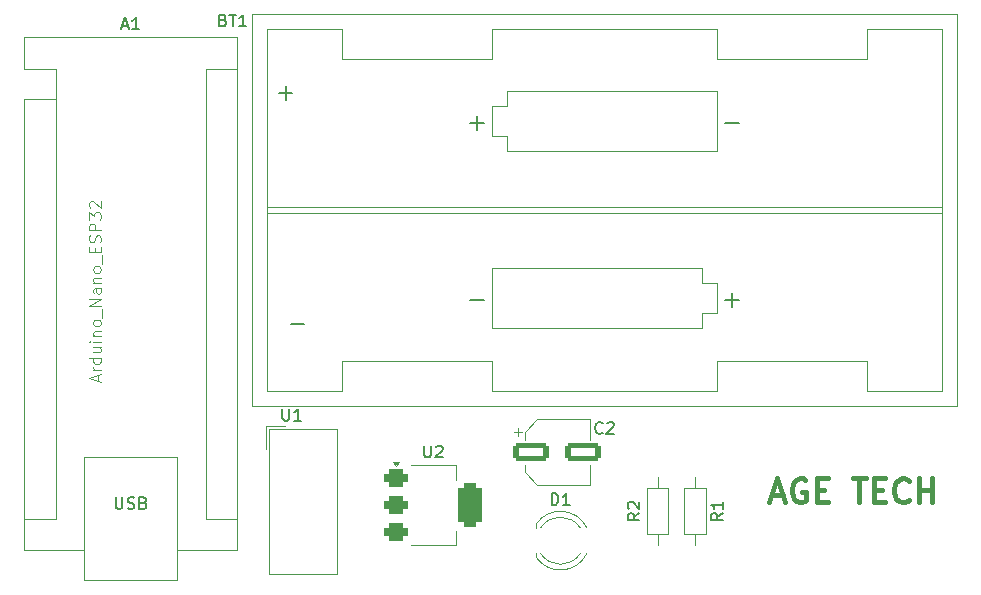
<source format=gbr>
%TF.GenerationSoftware,KiCad,Pcbnew,8.0.8*%
%TF.CreationDate,2025-02-19T23:16:59+00:00*%
%TF.ProjectId,ESP32-Project,45535033-322d-4507-926f-6a6563742e6b,rev?*%
%TF.SameCoordinates,Original*%
%TF.FileFunction,Legend,Top*%
%TF.FilePolarity,Positive*%
%FSLAX46Y46*%
G04 Gerber Fmt 4.6, Leading zero omitted, Abs format (unit mm)*
G04 Created by KiCad (PCBNEW 8.0.8) date 2025-02-19 23:16:59*
%MOMM*%
%LPD*%
G01*
G04 APERTURE LIST*
G04 Aperture macros list*
%AMRoundRect*
0 Rectangle with rounded corners*
0 $1 Rounding radius*
0 $2 $3 $4 $5 $6 $7 $8 $9 X,Y pos of 4 corners*
0 Add a 4 corners polygon primitive as box body*
4,1,4,$2,$3,$4,$5,$6,$7,$8,$9,$2,$3,0*
0 Add four circle primitives for the rounded corners*
1,1,$1+$1,$2,$3*
1,1,$1+$1,$4,$5*
1,1,$1+$1,$6,$7*
1,1,$1+$1,$8,$9*
0 Add four rect primitives between the rounded corners*
20,1,$1+$1,$2,$3,$4,$5,0*
20,1,$1+$1,$4,$5,$6,$7,0*
20,1,$1+$1,$6,$7,$8,$9,0*
20,1,$1+$1,$8,$9,$2,$3,0*%
G04 Aperture macros list end*
%ADD10C,0.100000*%
%ADD11C,0.400000*%
%ADD12C,0.150000*%
%ADD13C,0.120000*%
%ADD14RoundRect,0.375000X-0.625000X-0.375000X0.625000X-0.375000X0.625000X0.375000X-0.625000X0.375000X0*%
%ADD15RoundRect,0.500000X-0.500000X-1.400000X0.500000X-1.400000X0.500000X1.400000X-0.500000X1.400000X0*%
%ADD16R,1.500000X1.500000*%
%ADD17C,1.500000*%
%ADD18C,1.400000*%
%ADD19O,1.400000X1.400000*%
%ADD20R,1.800000X1.800000*%
%ADD21C,1.800000*%
%ADD22RoundRect,0.250000X-1.250000X-0.550000X1.250000X-0.550000X1.250000X0.550000X-1.250000X0.550000X0*%
%ADD23C,2.000000*%
%ADD24R,2.000000X2.000000*%
%ADD25C,3.300000*%
%ADD26R,1.600000X1.600000*%
%ADD27O,1.600000X1.600000*%
G04 APERTURE END LIST*
D10*
X40086704Y-66494361D02*
X40086704Y-66018171D01*
X40372419Y-66589599D02*
X39372419Y-66256266D01*
X39372419Y-66256266D02*
X40372419Y-65922933D01*
X40372419Y-65589599D02*
X39705752Y-65589599D01*
X39896228Y-65589599D02*
X39800990Y-65541980D01*
X39800990Y-65541980D02*
X39753371Y-65494361D01*
X39753371Y-65494361D02*
X39705752Y-65399123D01*
X39705752Y-65399123D02*
X39705752Y-65303885D01*
X40372419Y-64541980D02*
X39372419Y-64541980D01*
X40324800Y-64541980D02*
X40372419Y-64637218D01*
X40372419Y-64637218D02*
X40372419Y-64827694D01*
X40372419Y-64827694D02*
X40324800Y-64922932D01*
X40324800Y-64922932D02*
X40277180Y-64970551D01*
X40277180Y-64970551D02*
X40181942Y-65018170D01*
X40181942Y-65018170D02*
X39896228Y-65018170D01*
X39896228Y-65018170D02*
X39800990Y-64970551D01*
X39800990Y-64970551D02*
X39753371Y-64922932D01*
X39753371Y-64922932D02*
X39705752Y-64827694D01*
X39705752Y-64827694D02*
X39705752Y-64637218D01*
X39705752Y-64637218D02*
X39753371Y-64541980D01*
X39705752Y-63637218D02*
X40372419Y-63637218D01*
X39705752Y-64065789D02*
X40229561Y-64065789D01*
X40229561Y-64065789D02*
X40324800Y-64018170D01*
X40324800Y-64018170D02*
X40372419Y-63922932D01*
X40372419Y-63922932D02*
X40372419Y-63780075D01*
X40372419Y-63780075D02*
X40324800Y-63684837D01*
X40324800Y-63684837D02*
X40277180Y-63637218D01*
X40372419Y-63161027D02*
X39705752Y-63161027D01*
X39372419Y-63161027D02*
X39420038Y-63208646D01*
X39420038Y-63208646D02*
X39467657Y-63161027D01*
X39467657Y-63161027D02*
X39420038Y-63113408D01*
X39420038Y-63113408D02*
X39372419Y-63161027D01*
X39372419Y-63161027D02*
X39467657Y-63161027D01*
X39705752Y-62684837D02*
X40372419Y-62684837D01*
X39800990Y-62684837D02*
X39753371Y-62637218D01*
X39753371Y-62637218D02*
X39705752Y-62541980D01*
X39705752Y-62541980D02*
X39705752Y-62399123D01*
X39705752Y-62399123D02*
X39753371Y-62303885D01*
X39753371Y-62303885D02*
X39848609Y-62256266D01*
X39848609Y-62256266D02*
X40372419Y-62256266D01*
X40372419Y-61637218D02*
X40324800Y-61732456D01*
X40324800Y-61732456D02*
X40277180Y-61780075D01*
X40277180Y-61780075D02*
X40181942Y-61827694D01*
X40181942Y-61827694D02*
X39896228Y-61827694D01*
X39896228Y-61827694D02*
X39800990Y-61780075D01*
X39800990Y-61780075D02*
X39753371Y-61732456D01*
X39753371Y-61732456D02*
X39705752Y-61637218D01*
X39705752Y-61637218D02*
X39705752Y-61494361D01*
X39705752Y-61494361D02*
X39753371Y-61399123D01*
X39753371Y-61399123D02*
X39800990Y-61351504D01*
X39800990Y-61351504D02*
X39896228Y-61303885D01*
X39896228Y-61303885D02*
X40181942Y-61303885D01*
X40181942Y-61303885D02*
X40277180Y-61351504D01*
X40277180Y-61351504D02*
X40324800Y-61399123D01*
X40324800Y-61399123D02*
X40372419Y-61494361D01*
X40372419Y-61494361D02*
X40372419Y-61637218D01*
X40467657Y-61113409D02*
X40467657Y-60351504D01*
X40372419Y-60113408D02*
X39372419Y-60113408D01*
X39372419Y-60113408D02*
X40372419Y-59541980D01*
X40372419Y-59541980D02*
X39372419Y-59541980D01*
X40372419Y-58637218D02*
X39848609Y-58637218D01*
X39848609Y-58637218D02*
X39753371Y-58684837D01*
X39753371Y-58684837D02*
X39705752Y-58780075D01*
X39705752Y-58780075D02*
X39705752Y-58970551D01*
X39705752Y-58970551D02*
X39753371Y-59065789D01*
X40324800Y-58637218D02*
X40372419Y-58732456D01*
X40372419Y-58732456D02*
X40372419Y-58970551D01*
X40372419Y-58970551D02*
X40324800Y-59065789D01*
X40324800Y-59065789D02*
X40229561Y-59113408D01*
X40229561Y-59113408D02*
X40134323Y-59113408D01*
X40134323Y-59113408D02*
X40039085Y-59065789D01*
X40039085Y-59065789D02*
X39991466Y-58970551D01*
X39991466Y-58970551D02*
X39991466Y-58732456D01*
X39991466Y-58732456D02*
X39943847Y-58637218D01*
X39705752Y-58161027D02*
X40372419Y-58161027D01*
X39800990Y-58161027D02*
X39753371Y-58113408D01*
X39753371Y-58113408D02*
X39705752Y-58018170D01*
X39705752Y-58018170D02*
X39705752Y-57875313D01*
X39705752Y-57875313D02*
X39753371Y-57780075D01*
X39753371Y-57780075D02*
X39848609Y-57732456D01*
X39848609Y-57732456D02*
X40372419Y-57732456D01*
X40372419Y-57113408D02*
X40324800Y-57208646D01*
X40324800Y-57208646D02*
X40277180Y-57256265D01*
X40277180Y-57256265D02*
X40181942Y-57303884D01*
X40181942Y-57303884D02*
X39896228Y-57303884D01*
X39896228Y-57303884D02*
X39800990Y-57256265D01*
X39800990Y-57256265D02*
X39753371Y-57208646D01*
X39753371Y-57208646D02*
X39705752Y-57113408D01*
X39705752Y-57113408D02*
X39705752Y-56970551D01*
X39705752Y-56970551D02*
X39753371Y-56875313D01*
X39753371Y-56875313D02*
X39800990Y-56827694D01*
X39800990Y-56827694D02*
X39896228Y-56780075D01*
X39896228Y-56780075D02*
X40181942Y-56780075D01*
X40181942Y-56780075D02*
X40277180Y-56827694D01*
X40277180Y-56827694D02*
X40324800Y-56875313D01*
X40324800Y-56875313D02*
X40372419Y-56970551D01*
X40372419Y-56970551D02*
X40372419Y-57113408D01*
X40467657Y-56589599D02*
X40467657Y-55827694D01*
X39848609Y-55589598D02*
X39848609Y-55256265D01*
X40372419Y-55113408D02*
X40372419Y-55589598D01*
X40372419Y-55589598D02*
X39372419Y-55589598D01*
X39372419Y-55589598D02*
X39372419Y-55113408D01*
X40324800Y-54732455D02*
X40372419Y-54589598D01*
X40372419Y-54589598D02*
X40372419Y-54351503D01*
X40372419Y-54351503D02*
X40324800Y-54256265D01*
X40324800Y-54256265D02*
X40277180Y-54208646D01*
X40277180Y-54208646D02*
X40181942Y-54161027D01*
X40181942Y-54161027D02*
X40086704Y-54161027D01*
X40086704Y-54161027D02*
X39991466Y-54208646D01*
X39991466Y-54208646D02*
X39943847Y-54256265D01*
X39943847Y-54256265D02*
X39896228Y-54351503D01*
X39896228Y-54351503D02*
X39848609Y-54541979D01*
X39848609Y-54541979D02*
X39800990Y-54637217D01*
X39800990Y-54637217D02*
X39753371Y-54684836D01*
X39753371Y-54684836D02*
X39658133Y-54732455D01*
X39658133Y-54732455D02*
X39562895Y-54732455D01*
X39562895Y-54732455D02*
X39467657Y-54684836D01*
X39467657Y-54684836D02*
X39420038Y-54637217D01*
X39420038Y-54637217D02*
X39372419Y-54541979D01*
X39372419Y-54541979D02*
X39372419Y-54303884D01*
X39372419Y-54303884D02*
X39420038Y-54161027D01*
X40372419Y-53732455D02*
X39372419Y-53732455D01*
X39372419Y-53732455D02*
X39372419Y-53351503D01*
X39372419Y-53351503D02*
X39420038Y-53256265D01*
X39420038Y-53256265D02*
X39467657Y-53208646D01*
X39467657Y-53208646D02*
X39562895Y-53161027D01*
X39562895Y-53161027D02*
X39705752Y-53161027D01*
X39705752Y-53161027D02*
X39800990Y-53208646D01*
X39800990Y-53208646D02*
X39848609Y-53256265D01*
X39848609Y-53256265D02*
X39896228Y-53351503D01*
X39896228Y-53351503D02*
X39896228Y-53732455D01*
X39372419Y-52827693D02*
X39372419Y-52208646D01*
X39372419Y-52208646D02*
X39753371Y-52541979D01*
X39753371Y-52541979D02*
X39753371Y-52399122D01*
X39753371Y-52399122D02*
X39800990Y-52303884D01*
X39800990Y-52303884D02*
X39848609Y-52256265D01*
X39848609Y-52256265D02*
X39943847Y-52208646D01*
X39943847Y-52208646D02*
X40181942Y-52208646D01*
X40181942Y-52208646D02*
X40277180Y-52256265D01*
X40277180Y-52256265D02*
X40324800Y-52303884D01*
X40324800Y-52303884D02*
X40372419Y-52399122D01*
X40372419Y-52399122D02*
X40372419Y-52684836D01*
X40372419Y-52684836D02*
X40324800Y-52780074D01*
X40324800Y-52780074D02*
X40277180Y-52827693D01*
X39467657Y-51827693D02*
X39420038Y-51780074D01*
X39420038Y-51780074D02*
X39372419Y-51684836D01*
X39372419Y-51684836D02*
X39372419Y-51446741D01*
X39372419Y-51446741D02*
X39420038Y-51351503D01*
X39420038Y-51351503D02*
X39467657Y-51303884D01*
X39467657Y-51303884D02*
X39562895Y-51256265D01*
X39562895Y-51256265D02*
X39658133Y-51256265D01*
X39658133Y-51256265D02*
X39800990Y-51303884D01*
X39800990Y-51303884D02*
X40372419Y-51875312D01*
X40372419Y-51875312D02*
X40372419Y-51256265D01*
D11*
X97144109Y-76163009D02*
X98096490Y-76163009D01*
X96953633Y-76734438D02*
X97620299Y-74734438D01*
X97620299Y-74734438D02*
X98286966Y-76734438D01*
X100001252Y-74829676D02*
X99810776Y-74734438D01*
X99810776Y-74734438D02*
X99525062Y-74734438D01*
X99525062Y-74734438D02*
X99239347Y-74829676D01*
X99239347Y-74829676D02*
X99048871Y-75020152D01*
X99048871Y-75020152D02*
X98953633Y-75210628D01*
X98953633Y-75210628D02*
X98858395Y-75591580D01*
X98858395Y-75591580D02*
X98858395Y-75877295D01*
X98858395Y-75877295D02*
X98953633Y-76258247D01*
X98953633Y-76258247D02*
X99048871Y-76448723D01*
X99048871Y-76448723D02*
X99239347Y-76639200D01*
X99239347Y-76639200D02*
X99525062Y-76734438D01*
X99525062Y-76734438D02*
X99715538Y-76734438D01*
X99715538Y-76734438D02*
X100001252Y-76639200D01*
X100001252Y-76639200D02*
X100096490Y-76543961D01*
X100096490Y-76543961D02*
X100096490Y-75877295D01*
X100096490Y-75877295D02*
X99715538Y-75877295D01*
X100953633Y-75686819D02*
X101620300Y-75686819D01*
X101906014Y-76734438D02*
X100953633Y-76734438D01*
X100953633Y-76734438D02*
X100953633Y-74734438D01*
X100953633Y-74734438D02*
X101906014Y-74734438D01*
X104001253Y-74734438D02*
X105144110Y-74734438D01*
X104572681Y-76734438D02*
X104572681Y-74734438D01*
X105810777Y-75686819D02*
X106477444Y-75686819D01*
X106763158Y-76734438D02*
X105810777Y-76734438D01*
X105810777Y-76734438D02*
X105810777Y-74734438D01*
X105810777Y-74734438D02*
X106763158Y-74734438D01*
X108763158Y-76543961D02*
X108667920Y-76639200D01*
X108667920Y-76639200D02*
X108382206Y-76734438D01*
X108382206Y-76734438D02*
X108191730Y-76734438D01*
X108191730Y-76734438D02*
X107906015Y-76639200D01*
X107906015Y-76639200D02*
X107715539Y-76448723D01*
X107715539Y-76448723D02*
X107620301Y-76258247D01*
X107620301Y-76258247D02*
X107525063Y-75877295D01*
X107525063Y-75877295D02*
X107525063Y-75591580D01*
X107525063Y-75591580D02*
X107620301Y-75210628D01*
X107620301Y-75210628D02*
X107715539Y-75020152D01*
X107715539Y-75020152D02*
X107906015Y-74829676D01*
X107906015Y-74829676D02*
X108191730Y-74734438D01*
X108191730Y-74734438D02*
X108382206Y-74734438D01*
X108382206Y-74734438D02*
X108667920Y-74829676D01*
X108667920Y-74829676D02*
X108763158Y-74924914D01*
X109620301Y-76734438D02*
X109620301Y-74734438D01*
X109620301Y-75686819D02*
X110763158Y-75686819D01*
X110763158Y-76734438D02*
X110763158Y-74734438D01*
D12*
X67738095Y-71954819D02*
X67738095Y-72764342D01*
X67738095Y-72764342D02*
X67785714Y-72859580D01*
X67785714Y-72859580D02*
X67833333Y-72907200D01*
X67833333Y-72907200D02*
X67928571Y-72954819D01*
X67928571Y-72954819D02*
X68119047Y-72954819D01*
X68119047Y-72954819D02*
X68214285Y-72907200D01*
X68214285Y-72907200D02*
X68261904Y-72859580D01*
X68261904Y-72859580D02*
X68309523Y-72764342D01*
X68309523Y-72764342D02*
X68309523Y-71954819D01*
X68738095Y-72050057D02*
X68785714Y-72002438D01*
X68785714Y-72002438D02*
X68880952Y-71954819D01*
X68880952Y-71954819D02*
X69119047Y-71954819D01*
X69119047Y-71954819D02*
X69214285Y-72002438D01*
X69214285Y-72002438D02*
X69261904Y-72050057D01*
X69261904Y-72050057D02*
X69309523Y-72145295D01*
X69309523Y-72145295D02*
X69309523Y-72240533D01*
X69309523Y-72240533D02*
X69261904Y-72383390D01*
X69261904Y-72383390D02*
X68690476Y-72954819D01*
X68690476Y-72954819D02*
X69309523Y-72954819D01*
X55738095Y-68834819D02*
X55738095Y-69644342D01*
X55738095Y-69644342D02*
X55785714Y-69739580D01*
X55785714Y-69739580D02*
X55833333Y-69787200D01*
X55833333Y-69787200D02*
X55928571Y-69834819D01*
X55928571Y-69834819D02*
X56119047Y-69834819D01*
X56119047Y-69834819D02*
X56214285Y-69787200D01*
X56214285Y-69787200D02*
X56261904Y-69739580D01*
X56261904Y-69739580D02*
X56309523Y-69644342D01*
X56309523Y-69644342D02*
X56309523Y-68834819D01*
X57309523Y-69834819D02*
X56738095Y-69834819D01*
X57023809Y-69834819D02*
X57023809Y-68834819D01*
X57023809Y-68834819D02*
X56928571Y-68977676D01*
X56928571Y-68977676D02*
X56833333Y-69072914D01*
X56833333Y-69072914D02*
X56738095Y-69120533D01*
X85954819Y-77666666D02*
X85478628Y-77999999D01*
X85954819Y-78238094D02*
X84954819Y-78238094D01*
X84954819Y-78238094D02*
X84954819Y-77857142D01*
X84954819Y-77857142D02*
X85002438Y-77761904D01*
X85002438Y-77761904D02*
X85050057Y-77714285D01*
X85050057Y-77714285D02*
X85145295Y-77666666D01*
X85145295Y-77666666D02*
X85288152Y-77666666D01*
X85288152Y-77666666D02*
X85383390Y-77714285D01*
X85383390Y-77714285D02*
X85431009Y-77761904D01*
X85431009Y-77761904D02*
X85478628Y-77857142D01*
X85478628Y-77857142D02*
X85478628Y-78238094D01*
X85050057Y-77285713D02*
X85002438Y-77238094D01*
X85002438Y-77238094D02*
X84954819Y-77142856D01*
X84954819Y-77142856D02*
X84954819Y-76904761D01*
X84954819Y-76904761D02*
X85002438Y-76809523D01*
X85002438Y-76809523D02*
X85050057Y-76761904D01*
X85050057Y-76761904D02*
X85145295Y-76714285D01*
X85145295Y-76714285D02*
X85240533Y-76714285D01*
X85240533Y-76714285D02*
X85383390Y-76761904D01*
X85383390Y-76761904D02*
X85954819Y-77333332D01*
X85954819Y-77333332D02*
X85954819Y-76714285D01*
X93024819Y-77666666D02*
X92548628Y-77999999D01*
X93024819Y-78238094D02*
X92024819Y-78238094D01*
X92024819Y-78238094D02*
X92024819Y-77857142D01*
X92024819Y-77857142D02*
X92072438Y-77761904D01*
X92072438Y-77761904D02*
X92120057Y-77714285D01*
X92120057Y-77714285D02*
X92215295Y-77666666D01*
X92215295Y-77666666D02*
X92358152Y-77666666D01*
X92358152Y-77666666D02*
X92453390Y-77714285D01*
X92453390Y-77714285D02*
X92501009Y-77761904D01*
X92501009Y-77761904D02*
X92548628Y-77857142D01*
X92548628Y-77857142D02*
X92548628Y-78238094D01*
X93024819Y-76714285D02*
X93024819Y-77285713D01*
X93024819Y-76999999D02*
X92024819Y-76999999D01*
X92024819Y-76999999D02*
X92167676Y-77095237D01*
X92167676Y-77095237D02*
X92262914Y-77190475D01*
X92262914Y-77190475D02*
X92310533Y-77285713D01*
X78531905Y-76994819D02*
X78531905Y-75994819D01*
X78531905Y-75994819D02*
X78770000Y-75994819D01*
X78770000Y-75994819D02*
X78912857Y-76042438D01*
X78912857Y-76042438D02*
X79008095Y-76137676D01*
X79008095Y-76137676D02*
X79055714Y-76232914D01*
X79055714Y-76232914D02*
X79103333Y-76423390D01*
X79103333Y-76423390D02*
X79103333Y-76566247D01*
X79103333Y-76566247D02*
X79055714Y-76756723D01*
X79055714Y-76756723D02*
X79008095Y-76851961D01*
X79008095Y-76851961D02*
X78912857Y-76947200D01*
X78912857Y-76947200D02*
X78770000Y-76994819D01*
X78770000Y-76994819D02*
X78531905Y-76994819D01*
X80055714Y-76994819D02*
X79484286Y-76994819D01*
X79770000Y-76994819D02*
X79770000Y-75994819D01*
X79770000Y-75994819D02*
X79674762Y-76137676D01*
X79674762Y-76137676D02*
X79579524Y-76232914D01*
X79579524Y-76232914D02*
X79484286Y-76280533D01*
X82833333Y-70859580D02*
X82785714Y-70907200D01*
X82785714Y-70907200D02*
X82642857Y-70954819D01*
X82642857Y-70954819D02*
X82547619Y-70954819D01*
X82547619Y-70954819D02*
X82404762Y-70907200D01*
X82404762Y-70907200D02*
X82309524Y-70811961D01*
X82309524Y-70811961D02*
X82261905Y-70716723D01*
X82261905Y-70716723D02*
X82214286Y-70526247D01*
X82214286Y-70526247D02*
X82214286Y-70383390D01*
X82214286Y-70383390D02*
X82261905Y-70192914D01*
X82261905Y-70192914D02*
X82309524Y-70097676D01*
X82309524Y-70097676D02*
X82404762Y-70002438D01*
X82404762Y-70002438D02*
X82547619Y-69954819D01*
X82547619Y-69954819D02*
X82642857Y-69954819D01*
X82642857Y-69954819D02*
X82785714Y-70002438D01*
X82785714Y-70002438D02*
X82833333Y-70050057D01*
X83214286Y-70050057D02*
X83261905Y-70002438D01*
X83261905Y-70002438D02*
X83357143Y-69954819D01*
X83357143Y-69954819D02*
X83595238Y-69954819D01*
X83595238Y-69954819D02*
X83690476Y-70002438D01*
X83690476Y-70002438D02*
X83738095Y-70050057D01*
X83738095Y-70050057D02*
X83785714Y-70145295D01*
X83785714Y-70145295D02*
X83785714Y-70240533D01*
X83785714Y-70240533D02*
X83738095Y-70383390D01*
X83738095Y-70383390D02*
X83166667Y-70954819D01*
X83166667Y-70954819D02*
X83785714Y-70954819D01*
X50714285Y-35931009D02*
X50857142Y-35978628D01*
X50857142Y-35978628D02*
X50904761Y-36026247D01*
X50904761Y-36026247D02*
X50952380Y-36121485D01*
X50952380Y-36121485D02*
X50952380Y-36264342D01*
X50952380Y-36264342D02*
X50904761Y-36359580D01*
X50904761Y-36359580D02*
X50857142Y-36407200D01*
X50857142Y-36407200D02*
X50761904Y-36454819D01*
X50761904Y-36454819D02*
X50380952Y-36454819D01*
X50380952Y-36454819D02*
X50380952Y-35454819D01*
X50380952Y-35454819D02*
X50714285Y-35454819D01*
X50714285Y-35454819D02*
X50809523Y-35502438D01*
X50809523Y-35502438D02*
X50857142Y-35550057D01*
X50857142Y-35550057D02*
X50904761Y-35645295D01*
X50904761Y-35645295D02*
X50904761Y-35740533D01*
X50904761Y-35740533D02*
X50857142Y-35835771D01*
X50857142Y-35835771D02*
X50809523Y-35883390D01*
X50809523Y-35883390D02*
X50714285Y-35931009D01*
X50714285Y-35931009D02*
X50380952Y-35931009D01*
X51238095Y-35454819D02*
X51809523Y-35454819D01*
X51523809Y-36454819D02*
X51523809Y-35454819D01*
X52666666Y-36454819D02*
X52095238Y-36454819D01*
X52380952Y-36454819D02*
X52380952Y-35454819D01*
X52380952Y-35454819D02*
X52285714Y-35597676D01*
X52285714Y-35597676D02*
X52190476Y-35692914D01*
X52190476Y-35692914D02*
X52095238Y-35740533D01*
X71618571Y-59609700D02*
X72761429Y-59609700D01*
X93208571Y-44619700D02*
X94351429Y-44619700D01*
X56428571Y-61614700D02*
X57571429Y-61614700D01*
X93208571Y-59609700D02*
X94351429Y-59609700D01*
X93780000Y-60181128D02*
X93780000Y-59038271D01*
X55428571Y-42114700D02*
X56571429Y-42114700D01*
X56000000Y-42686128D02*
X56000000Y-41543271D01*
X71618571Y-44619700D02*
X72761429Y-44619700D01*
X72190000Y-45191128D02*
X72190000Y-44048271D01*
X42165714Y-36389104D02*
X42641904Y-36389104D01*
X42070476Y-36674819D02*
X42403809Y-35674819D01*
X42403809Y-35674819D02*
X42737142Y-36674819D01*
X43594285Y-36674819D02*
X43022857Y-36674819D01*
X43308571Y-36674819D02*
X43308571Y-35674819D01*
X43308571Y-35674819D02*
X43213333Y-35817676D01*
X43213333Y-35817676D02*
X43118095Y-35912914D01*
X43118095Y-35912914D02*
X43022857Y-35960533D01*
X41618095Y-76314819D02*
X41618095Y-77124342D01*
X41618095Y-77124342D02*
X41665714Y-77219580D01*
X41665714Y-77219580D02*
X41713333Y-77267200D01*
X41713333Y-77267200D02*
X41808571Y-77314819D01*
X41808571Y-77314819D02*
X41999047Y-77314819D01*
X41999047Y-77314819D02*
X42094285Y-77267200D01*
X42094285Y-77267200D02*
X42141904Y-77219580D01*
X42141904Y-77219580D02*
X42189523Y-77124342D01*
X42189523Y-77124342D02*
X42189523Y-76314819D01*
X42618095Y-77267200D02*
X42760952Y-77314819D01*
X42760952Y-77314819D02*
X42999047Y-77314819D01*
X42999047Y-77314819D02*
X43094285Y-77267200D01*
X43094285Y-77267200D02*
X43141904Y-77219580D01*
X43141904Y-77219580D02*
X43189523Y-77124342D01*
X43189523Y-77124342D02*
X43189523Y-77029104D01*
X43189523Y-77029104D02*
X43141904Y-76933866D01*
X43141904Y-76933866D02*
X43094285Y-76886247D01*
X43094285Y-76886247D02*
X42999047Y-76838628D01*
X42999047Y-76838628D02*
X42808571Y-76791009D01*
X42808571Y-76791009D02*
X42713333Y-76743390D01*
X42713333Y-76743390D02*
X42665714Y-76695771D01*
X42665714Y-76695771D02*
X42618095Y-76600533D01*
X42618095Y-76600533D02*
X42618095Y-76505295D01*
X42618095Y-76505295D02*
X42665714Y-76410057D01*
X42665714Y-76410057D02*
X42713333Y-76362438D01*
X42713333Y-76362438D02*
X42808571Y-76314819D01*
X42808571Y-76314819D02*
X43046666Y-76314819D01*
X43046666Y-76314819D02*
X43189523Y-76362438D01*
X43951428Y-76791009D02*
X44094285Y-76838628D01*
X44094285Y-76838628D02*
X44141904Y-76886247D01*
X44141904Y-76886247D02*
X44189523Y-76981485D01*
X44189523Y-76981485D02*
X44189523Y-77124342D01*
X44189523Y-77124342D02*
X44141904Y-77219580D01*
X44141904Y-77219580D02*
X44094285Y-77267200D01*
X44094285Y-77267200D02*
X43999047Y-77314819D01*
X43999047Y-77314819D02*
X43618095Y-77314819D01*
X43618095Y-77314819D02*
X43618095Y-76314819D01*
X43618095Y-76314819D02*
X43951428Y-76314819D01*
X43951428Y-76314819D02*
X44046666Y-76362438D01*
X44046666Y-76362438D02*
X44094285Y-76410057D01*
X44094285Y-76410057D02*
X44141904Y-76505295D01*
X44141904Y-76505295D02*
X44141904Y-76600533D01*
X44141904Y-76600533D02*
X44094285Y-76695771D01*
X44094285Y-76695771D02*
X44046666Y-76743390D01*
X44046666Y-76743390D02*
X43951428Y-76791009D01*
X43951428Y-76791009D02*
X43618095Y-76791009D01*
D13*
%TO.C,U2*%
X66650000Y-73590000D02*
X70410000Y-73590000D01*
X66650000Y-80410000D02*
X70410000Y-80410000D01*
X70410000Y-73590000D02*
X70410000Y-74850000D01*
X70410000Y-80410000D02*
X70410000Y-79150000D01*
X65370000Y-73690000D02*
X65130000Y-73360000D01*
X65610000Y-73360000D01*
X65370000Y-73690000D01*
G36*
X65370000Y-73690000D02*
G01*
X65130000Y-73360000D01*
X65610000Y-73360000D01*
X65370000Y-73690000D01*
G37*
%TO.C,U1*%
X54340000Y-70280000D02*
X54340000Y-72280000D01*
X54340000Y-70280000D02*
X55950000Y-70280000D01*
X54620000Y-82820000D02*
X54620000Y-70570000D01*
X54630000Y-70560000D02*
X60370000Y-70560000D01*
X60380000Y-70560000D02*
X60380000Y-82820000D01*
X60380000Y-82820000D02*
X54620000Y-82820000D01*
%TO.C,R2*%
X87500000Y-74630000D02*
X87500000Y-75580000D01*
X88420000Y-75580000D02*
X86580000Y-75580000D01*
X86580000Y-75580000D02*
X86580000Y-79420000D01*
X88420000Y-79420000D02*
X88420000Y-75580000D01*
X86580000Y-79420000D02*
X88420000Y-79420000D01*
X87500000Y-80370000D02*
X87500000Y-79420000D01*
%TO.C,R1*%
X90650000Y-74630000D02*
X90650000Y-75580000D01*
X91570000Y-75580000D02*
X89730000Y-75580000D01*
X89730000Y-75580000D02*
X89730000Y-79420000D01*
X91570000Y-79420000D02*
X91570000Y-75580000D01*
X89730000Y-79420000D02*
X91570000Y-79420000D01*
X90650000Y-80370000D02*
X90650000Y-79420000D01*
%TO.C,D1*%
X77210000Y-78601000D02*
X77210000Y-78920000D01*
X77210000Y-81080000D02*
X77210000Y-81399000D01*
X77210000Y-78601251D02*
G75*
G02*
X81513557Y-78919931I2060000J-1398749D01*
G01*
X77586670Y-78920000D02*
G75*
G02*
X80953294Y-78919943I1683330J-1080000D01*
G01*
X80953294Y-81080057D02*
G75*
G02*
X77586670Y-81080000I-1683294J1080057D01*
G01*
X81513558Y-81080069D02*
G75*
G02*
X77210000Y-81398749I-2243558J1080069D01*
G01*
%TO.C,C2*%
X75375000Y-70815000D02*
X76000000Y-70815000D01*
X75687500Y-70502500D02*
X75687500Y-71127500D01*
X76240000Y-70804437D02*
X76240000Y-71440000D01*
X76240000Y-70804437D02*
X77304437Y-69740000D01*
X76240000Y-74195563D02*
X76240000Y-73560000D01*
X76240000Y-74195563D02*
X77304437Y-75260000D01*
X77304437Y-69740000D02*
X81760000Y-69740000D01*
X77304437Y-75260000D02*
X81760000Y-75260000D01*
X81760000Y-69740000D02*
X81760000Y-71440000D01*
X81760000Y-75260000D02*
X81760000Y-73560000D01*
%TO.C,BT1*%
X112855000Y-68560000D02*
X112855000Y-35440000D01*
X112855000Y-35440000D02*
X53145000Y-35440000D01*
X111585000Y-67290000D02*
X105210000Y-67290000D01*
X111585000Y-52254000D02*
X54415000Y-52254000D01*
X111585000Y-36710000D02*
X111585000Y-67290000D01*
X111585000Y-36710000D02*
X105210000Y-36710000D01*
X105210000Y-67290000D02*
X105210000Y-64750000D01*
X105210000Y-64750000D02*
X92510000Y-64750000D01*
X105210000Y-39250000D02*
X92510000Y-39250000D01*
X105210000Y-36710000D02*
X105210000Y-39250000D01*
X92510000Y-67290000D02*
X92510000Y-64750000D01*
X92510000Y-60765000D02*
X91240000Y-60765000D01*
X92510000Y-58225000D02*
X92510000Y-60765000D01*
X92510000Y-47045000D02*
X74730000Y-47045000D01*
X92510000Y-43235000D02*
X92510000Y-47045000D01*
X92510000Y-41965000D02*
X92510000Y-43235000D01*
X92510000Y-39250000D02*
X92510000Y-36710000D01*
X92510000Y-36710000D02*
X73460000Y-36710000D01*
X91240000Y-62035000D02*
X73460000Y-62035000D01*
X91240000Y-60765000D02*
X91240000Y-62035000D01*
X91240000Y-58225000D02*
X92510000Y-58225000D01*
X91240000Y-56955000D02*
X91240000Y-58225000D01*
X74730000Y-47045000D02*
X74730000Y-45775000D01*
X74730000Y-45775000D02*
X73460000Y-45775000D01*
X74730000Y-43235000D02*
X74730000Y-41965000D01*
X74730000Y-41965000D02*
X92510000Y-41965000D01*
X73460000Y-67290000D02*
X92510000Y-67290000D01*
X73460000Y-64750000D02*
X73460000Y-67290000D01*
X73460000Y-62035000D02*
X73460000Y-56955000D01*
X73460000Y-56955000D02*
X91240000Y-56955000D01*
X73460000Y-45775000D02*
X73460000Y-43235000D01*
X73460000Y-43235000D02*
X74730000Y-43235000D01*
X73460000Y-36710000D02*
X73460000Y-39250000D01*
X60760000Y-67290000D02*
X60760000Y-64750000D01*
X60760000Y-64750000D02*
X73460000Y-64750000D01*
X60760000Y-39250000D02*
X73460000Y-39250000D01*
X60760000Y-39250000D02*
X60760000Y-36710000D01*
X60760000Y-36710000D02*
X54415000Y-36710000D01*
X54415000Y-67290000D02*
X60760000Y-67290000D01*
X54415000Y-51746000D02*
X111585000Y-51746000D01*
X54415000Y-36710000D02*
X54415000Y-67290000D01*
X53145000Y-68560000D02*
X112855000Y-68560000D01*
X53145000Y-35440000D02*
X53145000Y-68560000D01*
%TO.C,A1*%
X33860000Y-37360000D02*
X33860000Y-40030000D01*
X33860000Y-42570000D02*
X33860000Y-80800000D01*
X33860000Y-80800000D02*
X38940000Y-80800000D01*
X36530000Y-40030000D02*
X33860000Y-40030000D01*
X36530000Y-42570000D02*
X33860000Y-42570000D01*
X36530000Y-42570000D02*
X36530000Y-40030000D01*
X36530000Y-42570000D02*
X36530000Y-78130000D01*
X36530000Y-78130000D02*
X33860000Y-78130000D01*
X38940000Y-72920000D02*
X46820000Y-72920000D01*
X38940000Y-83340000D02*
X38940000Y-72920000D01*
X46820000Y-72920000D02*
X46820000Y-83340000D01*
X46820000Y-83340000D02*
X38940000Y-83340000D01*
X49230000Y-40030000D02*
X49230000Y-78130000D01*
X49230000Y-40030000D02*
X51900000Y-40030000D01*
X49230000Y-78130000D02*
X51900000Y-78130000D01*
X51900000Y-37360000D02*
X33860000Y-37360000D01*
X51900000Y-80800000D02*
X46820000Y-80800000D01*
X51900000Y-80800000D02*
X51900000Y-37360000D01*
%TD*%
%LPC*%
D14*
%TO.C,U2*%
X65350000Y-74700000D03*
X65350000Y-77000000D03*
D15*
X71650000Y-77000000D03*
D14*
X65350000Y-79300000D03*
%TD*%
D16*
%TO.C,U1*%
X57500000Y-72880000D03*
D17*
X57500000Y-75420000D03*
X57500000Y-77960000D03*
X57500000Y-80500000D03*
%TD*%
D18*
%TO.C,R2*%
X87500000Y-73690000D03*
D19*
X87500000Y-81310000D03*
%TD*%
D18*
%TO.C,R1*%
X90650000Y-73690000D03*
D19*
X90650000Y-81310000D03*
%TD*%
D20*
%TO.C,D1*%
X78000000Y-80000000D03*
D21*
X80540000Y-80000000D03*
%TD*%
D22*
%TO.C,C2*%
X76800000Y-72500000D03*
X81200000Y-72500000D03*
%TD*%
D23*
%TO.C,BT1*%
X55835000Y-59495000D03*
D24*
X55835000Y-44505000D03*
D25*
X83000000Y-59495000D03*
X83000000Y-44505000D03*
%TD*%
D26*
%TO.C,A1*%
X35260000Y-41300000D03*
D27*
X35260000Y-43840000D03*
X35260000Y-46380000D03*
X35260000Y-48920000D03*
X35260000Y-51460000D03*
X35260000Y-54000000D03*
X35260000Y-56540000D03*
X35260000Y-59080000D03*
X35260000Y-61620000D03*
X35260000Y-64160000D03*
X35260000Y-66700000D03*
X35260000Y-69240000D03*
X35260000Y-71780000D03*
X35260000Y-74320000D03*
X35260000Y-76860000D03*
X50500000Y-76860000D03*
X50500000Y-74320000D03*
X50500000Y-71780000D03*
X50500000Y-69240000D03*
X50500000Y-66700000D03*
X50500000Y-64160000D03*
X50500000Y-61620000D03*
X50500000Y-59080000D03*
X50500000Y-56540000D03*
X50500000Y-54000000D03*
X50500000Y-51460000D03*
X50500000Y-48920000D03*
X50500000Y-46380000D03*
X50500000Y-43840000D03*
X50500000Y-41300000D03*
%TD*%
%LPD*%
M02*

</source>
